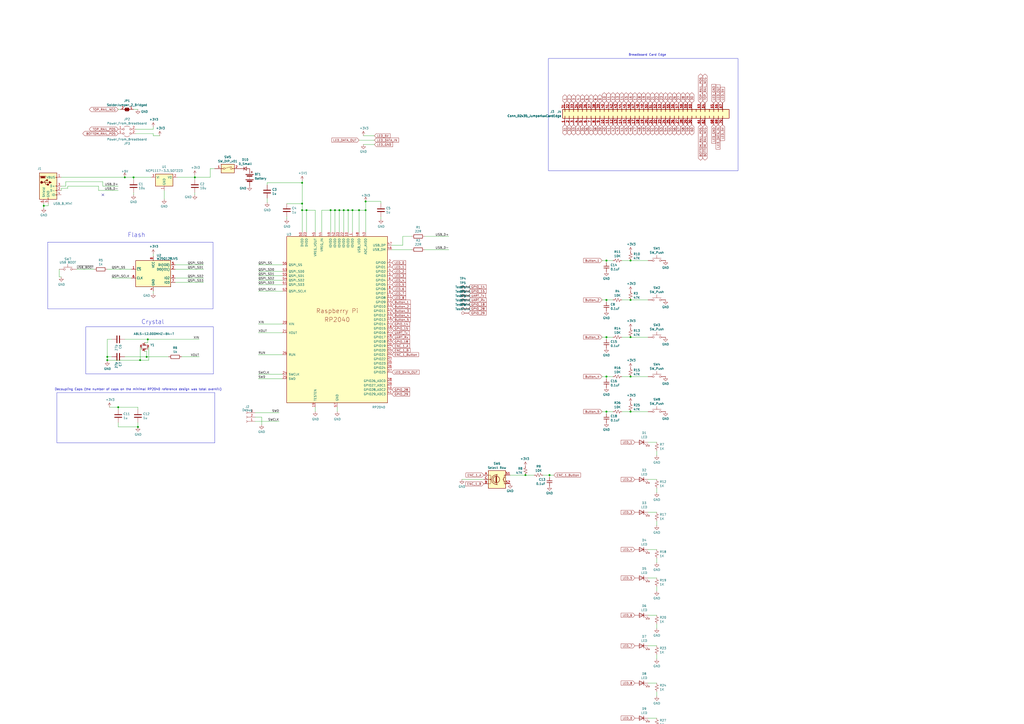
<source format=kicad_sch>
(kicad_sch (version 20231120) (generator "eeschema") (generator_version "8.0")
  (paper "A2")
  (junction (at 351.79 151.13))
  (junction (at 351.79 173.99))
  (junction (at 365.76 151.13))
  (junction (at 196.85 121.92))
  (junction (at 85.09 207.01))
  (junction (at 191.77 121.92))
  (junction (at 62.23 207.01))
  (junction (at 194.31 121.92))
  (junction (at 204.47 121.92))
  (junction (at 80.01 247.65))
  (junction (at 113.03 102.87))
  (junction (at 175.26 121.92))
  (junction (at 175.26 118.11))
  (junction (at 351.79 238.76))
  (junction (at 68.58 236.22))
  (junction (at 208.28 121.92))
  (junction (at 212.09 121.92))
  (junction (at 201.93 121.92))
  (junction (at 365.76 195.58))
  (junction (at 212.09 116.84))
  (junction (at 177.8 121.92))
  (junction (at 85.725 196.85))
  (junction (at 304.8 275.59))
  (junction (at 81.28 208.915))
  (junction (at 62.23 208.915))
  (junction (at 351.79 195.58))
  (junction (at 72.39 102.87))
  (junction (at 351.79 218.44))
  (junction (at 175.26 106.045))
  (junction (at 199.39 121.92))
  (junction (at 365.76 218.44))
  (junction (at 318.77 275.59))
  (junction (at 77.47 102.87))
  (junction (at 25.4 119.38))
  (junction (at 365.76 173.99))
  (junction (at 365.76 238.76))
  (no_connect (at 59.69 113.03))
  (wire (pts (xy 381 323.85) (xy 381 326.39)))
  (wire (pts (xy 351.79 238.76) (xy 349.25 238.76)))
  (wire (pts (xy 233.68 137.16) (xy 233.68 142.24)))
  (wire (pts (xy 69.85 63.5) (xy 68.58 63.5)))
  (wire (pts (xy 318.77 276.86) (xy 318.77 275.59)))
  (wire (pts (xy 381 401.32) (xy 381 403.86)))
  (wire (pts (xy 360.68 218.44) (xy 365.76 218.44)))
  (wire (pts (xy 147.955 241.935) (xy 151.765 241.935)))
  (wire (pts (xy 27.94 119.38) (xy 25.4 119.38)))
  (wire (pts (xy 182.88 121.92) (xy 177.8 121.92)))
  (wire (pts (xy 375.92 318.77) (xy 381 318.77)))
  (wire (pts (xy 381 361.95) (xy 381 364.49)))
  (wire (pts (xy 199.39 121.92) (xy 201.93 121.92)))
  (wire (pts (xy 351.79 196.85) (xy 351.79 195.58)))
  (wire (pts (xy 35.56 102.87) (xy 72.39 102.87)))
  (wire (pts (xy 220.98 125.73) (xy 220.98 127)))
  (wire (pts (xy 194.31 134.62) (xy 194.31 121.92)))
  (wire (pts (xy 186.69 134.62) (xy 186.69 121.92)))
  (wire (pts (xy 360.68 173.99) (xy 365.76 173.99)))
  (wire (pts (xy 166.37 118.11) (xy 175.26 118.11)))
  (wire (pts (xy 375.92 173.99) (xy 365.76 173.99)))
  (wire (pts (xy 85.725 196.85) (xy 115.57 196.85)))
  (wire (pts (xy 351.79 218.44) (xy 349.25 218.44)))
  (wire (pts (xy 35.56 109.22) (xy 35.56 110.49)))
  (wire (pts (xy 163.83 193.04) (xy 149.86 193.04)))
  (wire (pts (xy 233.68 137.16) (xy 238.76 137.16)))
  (wire (pts (xy 80.01 237.49) (xy 80.01 236.22)))
  (wire (pts (xy 360.68 151.13) (xy 365.76 151.13)))
  (wire (pts (xy 204.47 121.92) (xy 208.28 121.92)))
  (wire (pts (xy 34.29 156.21) (xy 34.29 160.655)))
  (wire (pts (xy 182.88 134.62) (xy 182.88 121.92)))
  (wire (pts (xy 195.58 236.22) (xy 195.58 238.76)))
  (wire (pts (xy 149.86 160.02) (xy 163.83 160.02)))
  (wire (pts (xy 154.94 114.935) (xy 154.94 117.475)))
  (wire (pts (xy 351.79 151.13) (xy 355.6 151.13)))
  (wire (pts (xy 360.68 195.58) (xy 365.76 195.58)))
  (wire (pts (xy 85.09 207.01) (xy 97.79 207.01)))
  (wire (pts (xy 34.29 160.655) (xy 35.56 160.655)))
  (wire (pts (xy 80.01 63.5) (xy 77.47 63.5)))
  (wire (pts (xy 68.58 237.49) (xy 68.58 236.22)))
  (wire (pts (xy 80.01 245.11) (xy 80.01 247.65)))
  (wire (pts (xy 375.92 238.76) (xy 365.76 238.76)))
  (wire (pts (xy 351.79 151.13) (xy 349.25 151.13)))
  (wire (pts (xy 149.86 187.96) (xy 163.83 187.96)))
  (wire (pts (xy 375.92 278.13) (xy 381 278.13)))
  (wire (pts (xy 62.23 208.915) (xy 81.28 208.915)))
  (wire (pts (xy 375.92 356.87) (xy 381 356.87)))
  (wire (pts (xy 175.26 104.775) (xy 175.26 106.045)))
  (wire (pts (xy 62.23 207.01) (xy 62.23 208.915)))
  (wire (pts (xy 246.38 137.16) (xy 260.35 137.16)))
  (wire (pts (xy 309.88 275.59) (xy 304.8 275.59)))
  (wire (pts (xy 39.37 109.22) (xy 35.56 109.22)))
  (wire (pts (xy 105.41 207.01) (xy 115.57 207.01)))
  (wire (pts (xy 175.26 121.92) (xy 175.26 134.62)))
  (wire (pts (xy 246.38 144.78) (xy 260.35 144.78)))
  (wire (pts (xy 85.725 198.755) (xy 85.725 196.85)))
  (wire (pts (xy 351.79 219.71) (xy 351.79 218.44)))
  (wire (pts (xy 59.69 107.95) (xy 68.58 107.95)))
  (wire (pts (xy 351.79 195.58) (xy 355.6 195.58)))
  (wire (pts (xy 177.8 134.62) (xy 177.8 121.92)))
  (wire (pts (xy 101.6 161.29) (xy 118.11 161.29)))
  (wire (pts (xy 351.79 218.44) (xy 355.6 218.44)))
  (wire (pts (xy 62.23 208.915) (xy 62.23 209.55)))
  (wire (pts (xy 375.92 335.28) (xy 381 335.28)))
  (wire (pts (xy 212.09 116.84) (xy 220.98 116.84)))
  (wire (pts (xy 375.92 297.18) (xy 381 297.18)))
  (wire (pts (xy 81.28 201.295) (xy 81.28 208.915)))
  (wire (pts (xy 351.79 195.58) (xy 349.25 195.58)))
  (wire (pts (xy 351.79 152.4) (xy 351.79 151.13)))
  (wire (pts (xy 375.92 195.58) (xy 365.76 195.58)))
  (wire (pts (xy 191.77 121.92) (xy 194.31 121.92)))
  (wire (pts (xy 38.1 107.95) (xy 35.56 107.95)))
  (wire (pts (xy 175.26 106.045) (xy 175.26 118.11)))
  (wire (pts (xy 77.47 104.14) (xy 77.47 102.87)))
  (wire (pts (xy 151.765 241.935) (xy 151.765 246.38)))
  (wire (pts (xy 177.8 121.92) (xy 175.26 121.92)))
  (wire (pts (xy 199.39 134.62) (xy 199.39 121.92)))
  (wire (pts (xy 210.82 83.82) (xy 217.17 83.82)))
  (wire (pts (xy 381 421.64) (xy 381 424.18)))
  (wire (pts (xy 163.83 205.74) (xy 149.86 205.74)))
  (wire (pts (xy 201.93 134.62) (xy 201.93 121.92)))
  (wire (pts (xy 38.1 105.41) (xy 59.69 105.41)))
  (wire (pts (xy 64.77 161.29) (xy 76.2 161.29)))
  (wire (pts (xy 57.15 110.49) (xy 68.58 110.49)))
  (wire (pts (xy 64.77 196.85) (xy 62.23 196.85)))
  (wire (pts (xy 64.77 207.01) (xy 62.23 207.01)))
  (wire (pts (xy 147.955 239.395) (xy 161.925 239.395)))
  (wire (pts (xy 227.33 144.78) (xy 238.76 144.78)))
  (wire (pts (xy 25.4 119.38) (xy 25.4 120.65)))
  (wire (pts (xy 113.03 111.76) (xy 113.03 113.03)))
  (wire (pts (xy 88.9 147.32) (xy 88.9 148.59)))
  (wire (pts (xy 101.6 163.83) (xy 118.11 163.83)))
  (wire (pts (xy 62.23 196.85) (xy 62.23 207.01)))
  (wire (pts (xy 149.86 162.56) (xy 163.83 162.56)))
  (wire (pts (xy 375.92 151.13) (xy 365.76 151.13)))
  (wire (pts (xy 147.955 244.475) (xy 161.925 244.475)))
  (wire (pts (xy 83.82 198.755) (xy 85.725 198.755)))
  (wire (pts (xy 88.9 77.47) (xy 88.9 78.74)))
  (wire (pts (xy 88.9 78.74) (xy 92.71 78.74)))
  (wire (pts (xy 381 261.62) (xy 381 264.16)))
  (wire (pts (xy 381 302.26) (xy 381 304.8)))
  (wire (pts (xy 351.79 238.76) (xy 355.6 238.76)))
  (wire (pts (xy 351.79 173.99) (xy 355.6 173.99)))
  (wire (pts (xy 220.98 118.11) (xy 220.98 116.84)))
  (wire (pts (xy 375.92 256.54) (xy 381 256.54)))
  (wire (pts (xy 95.25 110.49) (xy 95.25 115.57)))
  (wire (pts (xy 72.39 196.85) (xy 85.725 196.85)))
  (wire (pts (xy 149.86 157.48) (xy 163.83 157.48)))
  (wire (pts (xy 63.5 236.22) (xy 68.58 236.22)))
  (wire (pts (xy 351.79 175.26) (xy 351.79 173.99)))
  (wire (pts (xy 186.69 121.92) (xy 191.77 121.92)))
  (wire (pts (xy 68.58 245.11) (xy 68.58 247.65)))
  (wire (pts (xy 77.47 111.76) (xy 77.47 113.03)))
  (wire (pts (xy 80.01 236.22) (xy 68.58 236.22)))
  (wire (pts (xy 154.94 107.315) (xy 154.94 106.045)))
  (wire (pts (xy 295.91 275.59) (xy 304.8 275.59)))
  (wire (pts (xy 163.83 153.67) (xy 149.86 153.67)))
  (wire (pts (xy 375.92 416.56) (xy 381 416.56)))
  (wire (pts (xy 154.94 106.045) (xy 175.26 106.045)))
  (wire (pts (xy 38.1 105.41) (xy 38.1 107.95)))
  (wire (pts (xy 163.83 168.91) (xy 149.86 168.91)))
  (wire (pts (xy 267.97 278.13) (xy 280.67 278.13)))
  (wire (pts (xy 86.36 208.915) (xy 81.28 208.915)))
  (wire (pts (xy 25.4 118.11) (xy 25.4 119.38)))
  (wire (pts (xy 166.37 125.73) (xy 166.37 127)))
  (wire (pts (xy 210.82 78.74) (xy 217.17 78.74)))
  (wire (pts (xy 72.39 102.87) (xy 77.47 102.87)))
  (wire (pts (xy 163.83 217.17) (xy 149.86 217.17)))
  (wire (pts (xy 113.03 102.87) (xy 113.03 101.6)))
  (wire (pts (xy 194.31 121.92) (xy 196.85 121.92)))
  (wire (pts (xy 62.23 156.21) (xy 76.2 156.21)))
  (wire (pts (xy 59.69 105.41) (xy 59.69 107.95)))
  (wire (pts (xy 39.37 107.95) (xy 57.15 107.95)))
  (wire (pts (xy 212.09 116.84) (xy 212.09 121.92)))
  (wire (pts (xy 39.37 107.95) (xy 39.37 109.22)))
  (wire (pts (xy 57.15 107.95) (xy 57.15 110.49)))
  (wire (pts (xy 83.82 203.835) (xy 85.09 203.835)))
  (wire (pts (xy 208.28 121.92) (xy 212.09 121.92)))
  (wire (pts (xy 208.28 81.28) (xy 217.17 81.28)))
  (wire (pts (xy 102.87 102.87) (xy 113.03 102.87)))
  (wire (pts (xy 80.01 247.65) (xy 68.58 247.65)))
  (wire (pts (xy 204.47 121.92) (xy 204.47 134.62)))
  (wire (pts (xy 72.39 207.01) (xy 85.09 207.01)))
  (wire (pts (xy 196.85 134.62) (xy 196.85 121.92)))
  (wire (pts (xy 149.86 165.1) (xy 163.83 165.1)))
  (wire (pts (xy 196.85 121.92) (xy 199.39 121.92)))
  (wire (pts (xy 113.03 104.14) (xy 113.03 102.87)))
  (wire (pts (xy 318.77 275.59) (xy 314.96 275.59)))
  (wire (pts (xy 175.26 118.11) (xy 175.26 121.92)))
  (wire (pts (xy 77.47 102.87) (xy 87.63 102.87)))
  (wire (pts (xy 375.92 396.24) (xy 381 396.24)))
  (wire (pts (xy 54.61 156.21) (xy 44.45 156.21)))
  (wire (pts (xy 101.6 156.21) (xy 118.11 156.21)))
  (wire (pts (xy 88.9 168.91) (xy 88.9 170.18)))
  (wire (pts (xy 375.92 218.44) (xy 365.76 218.44)))
  (wire (pts (xy 227.33 142.24) (xy 233.68 142.24)))
  (wire (pts (xy 182.88 236.22) (xy 182.88 238.76)))
  (wire (pts (xy 351.79 240.03) (xy 351.79 238.76)))
  (wire (pts (xy 212.09 121.92) (xy 212.09 134.62)))
  (wire (pts (xy 121.92 97.79) (xy 121.92 102.87)))
  (wire (pts (xy 381 283.21) (xy 381 285.75)))
  (wire (pts (xy 201.93 121.92) (xy 204.47 121.92)))
  (wire (pts (xy 163.83 219.71) (xy 149.86 219.71)))
  (wire (pts (xy 381 379.73) (xy 381 382.27)))
  (wire (pts (xy 88.9 73.66) (xy 88.9 74.93)))
  (wire (pts (xy 124.46 97.79) (xy 121.92 97.79)))
  (wire (pts (xy 27.94 118.11) (xy 27.94 119.38)))
  (wire (pts (xy 360.68 238.76) (xy 365.76 238.76)))
  (wire (pts (xy 191.77 134.62) (xy 191.77 121.92)))
  (wire (pts (xy 86.36 201.295) (xy 86.36 208.915)))
  (wire (pts (xy 121.92 102.87) (xy 113.03 102.87)))
  (wire (pts (xy 78.74 77.47) (xy 88.9 77.47)))
  (wire (pts (xy 208.28 134.62) (xy 208.28 121.92)))
  (wire (pts (xy 101.6 153.67) (xy 118.11 153.67)))
  (wire (pts (xy 78.74 74.93) (xy 88.9 74.93)))
  (wire (pts (xy 85.09 203.835) (xy 85.09 207.01)))
  (wire (pts (xy 375.92 374.65) (xy 381 374.65)))
  (wire (pts (xy 351.79 173.99) (xy 349.25 173.99)))
  (wire (pts (xy 381 340.36) (xy 381 342.9)))
  (wire (pts (xy 318.77 275.59) (xy 321.31 275.59)))
  (rectangle (start 49.784 189.611) (end 123.825 216.916))
  (rectangle (start 33.02 227.711) (end 124.587 256.921))
  (rectangle (start 27.686 140.462) (end 123.571 179.197))
  (rectangle (start 318.135 33.909) (end 428.117 99.06))
  (text "Flash" (at 74.041 137.922 0) (effects (font (size 2.54 2.54)) (justify left bottom)))
  (text "Crystal" (at 81.915 188.341 0) (effects (font (size 2.54 2.54)) (justify left bottom)))
  (text "Breadboard Card Edge" (at 364.617 32.639 0) (effects (font (size 1.27 1.27)) (justify left bottom)))
  (text "Decoupling Caps (the number of caps on the minimal RP2040 reference design was total overkill)" (at 31.75 226.695 0) (effects (font (size 1.27 1.27)) (justify left bottom)))
  (label "SWCLK" (at 161.925 244.475 180))
  (label "QSPI_SD0" (at 149.86 157.48 0))
  (label "~{USB_BOOT}" (at 44.45 156.21 0))
  (label "USB_D+" (at 260.35 137.16 180))
  (label "XIN" (at 115.57 196.85 180))
  (label "USB_D-" (at 260.35 144.78 180))
  (label "SWD" (at 149.86 219.71 0))
  (label "QSPI_SD3" (at 149.86 165.1 0))
  (label "QSPI_SCLK" (at 64.77 161.29 0))
  (label "SWD" (at 161.925 239.395 180))
  (label "QSPI_SD0" (at 118.11 153.67 180))
  (label "RUN" (at 149.86 205.74 0))
  (label "USB_D+" (at 68.58 107.95 180))
  (label "QSPI_SS" (at 64.77 156.21 0))
  (label "XOUT" (at 149.86 193.04 0))
  (label "QSPI_SD3" (at 118.11 163.83 180))
  (label "QSPI_SD2" (at 149.86 162.56 0))
  (label "QSPI_SD1" (at 149.86 160.02 0))
  (label "QSPI_SD2" (at 118.11 161.29 180))
  (label "USB_D-" (at 68.58 110.49 180))
  (label "XOUT" (at 115.57 207.01 180))
  (label "SWCLK" (at 149.86 217.17 0))
  (label "QSPI_SD1" (at 118.11 156.21 180))
  (label "QSPI_SCLK" (at 149.86 168.91 0))
  (label "XIN" (at 149.86 187.96 0))
  (label "QSPI_SS" (at 149.86 153.67 0))
  (global_label "LED_1" (shape input) (at 368.3 256.54 180) (property "Intersheetrefs" "${INTERSHEET_REFS}" (effects (hide yes))))
  (global_label "TOP_RAIL_NEG" (shape bidirectional) (at 68.58 63.5 180) (property "Intersheetrefs" "${INTERSHEET_REFS}" (effects (hide yes))))
  (global_label "Button_5" (shape input) (at 349.25 238.76 180) (property "Intersheetrefs" "${INTERSHEET_REFS}" (effects (hide yes))))
  (global_label "GPIO_29" (shape input) (at 271.78 181.61 0) (property "Intersheetrefs" "${INTERSHEET_REFS}" (effects (hide yes))))
  (global_label "LED_DATA_OUT" (shape input) (at 208.28 81.28 180) (property "Intersheetrefs" "${INTERSHEET_REFS}" (effects (hide yes))))
  (global_label "LED_3" (shape input) (at 227.33 160.02 0) (property "Intersheetrefs" "${INTERSHEET_REFS}" (effects (hide yes))))
  (global_label "LED_GND" (shape input) (at 217.17 83.82 0) (property "Intersheetrefs" "${INTERSHEET_REFS}" (effects (hide yes))))
  (global_label "12" (shape bidirectional) (at 355.6 59.69 90) (property "Intersheetrefs" "${INTERSHEET_REFS}" (effects (hide yes))))
  (global_label "53" (shape bidirectional) (at 383.54 72.39 270) (property "Intersheetrefs" "${INTERSHEET_REFS}" (effects (hide yes))))
  (global_label "ENC_1_A" (shape input) (at 227.33 200.66 0) (property "Intersheetrefs" "${INTERSHEET_REFS}" (effects (hide yes))))
  (global_label "LED_0" (shape input) (at 227.33 152.4 0) (property "Intersheetrefs" "${INTERSHEET_REFS}" (effects (hide yes))))
  (global_label "60" (shape bidirectional) (at 401.32 72.39 270) (property "Intersheetrefs" "${INTERSHEET_REFS}" (effects (hide yes))))
  (global_label "14" (shape bidirectional) (at 360.68 59.69 90) (property "Intersheetrefs" "${INTERSHEET_REFS}" (effects (hide yes))))
  (global_label "56" (shape bidirectional) (at 391.16 72.39 270) (property "Intersheetrefs" "${INTERSHEET_REFS}" (effects (hide yes))))
  (global_label "19" (shape bidirectional) (at 373.38 59.69 90) (property "Intersheetrefs" "${INTERSHEET_REFS}" (effects (hide yes))))
  (global_label "GPIO_14" (shape input) (at 227.33 187.96 0) (property "Intersheetrefs" "${INTERSHEET_REFS}" (effects (hide yes))))
  (global_label "LED_5" (shape input) (at 227.33 165.1 0) (property "Intersheetrefs" "${INTERSHEET_REFS}" (effects (hide yes))))
  (global_label "Button_4" (shape input) (at 227.33 182.88 0) (property "Intersheetrefs" "${INTERSHEET_REFS}" (effects (hide yes))))
  (global_label "3" (shape bidirectional) (at 332.74 59.69 90) (property "Intersheetrefs" "${INTERSHEET_REFS}" (effects (hide yes))))
  (global_label "55" (shape bidirectional) (at 388.62 72.39 270) (property "Intersheetrefs" "${INTERSHEET_REFS}" (effects (hide yes))))
  (global_label "Button_3" (shape input) (at 349.25 195.58 180) (property "Intersheetrefs" "${INTERSHEET_REFS}" (effects (hide yes))))
  (global_label "54" (shape bidirectional) (at 386.08 72.39 270) (property "Intersheetrefs" "${INTERSHEET_REFS}" (effects (hide yes))))
  (global_label "9" (shape bidirectional) (at 347.98 59.69 90) (property "Intersheetrefs" "${INTERSHEET_REFS}" (effects (hide yes))))
  (global_label "TOP_RAIL_POS" (shape bidirectional) (at 406.4 59.69 90) (property "Intersheetrefs" "${INTERSHEET_REFS}" (effects (hide yes))))
  (global_label "TOP_RAIL_POS" (shape bidirectional) (at 68.58 74.93 180) (property "Intersheetrefs" "${INTERSHEET_REFS}" (effects (hide yes))))
  (global_label "51" (shape bidirectional) (at 378.46 72.39 270) (property "Intersheetrefs" "${INTERSHEET_REFS}" (effects (hide yes))))
  (global_label "LED_DATA_IN" (shape input) (at 416.56 72.39 270) (property "Intersheetrefs" "${INTERSHEET_REFS}" (effects (hide yes))))
  (global_label "LED_5" (shape input) (at 368.3 335.28 180) (property "Intersheetrefs" "${INTERSHEET_REFS}" (effects (hide yes))))
  (global_label "11" (shape bidirectional) (at 353.06 59.69 90) (property "Intersheetrefs" "${INTERSHEET_REFS}" (effects (hide yes))))
  (global_label "43" (shape bidirectional) (at 358.14 72.39 270) (property "Intersheetrefs" "${INTERSHEET_REFS}" (effects (hide yes))))
  (global_label "ENC_1_A" (shape input) (at 280.67 275.59 180) (property "Intersheetrefs" "${INTERSHEET_REFS}" (effects (hide yes))))
  (global_label "16" (shape bidirectional) (at 365.76 59.69 90) (property "Intersheetrefs" "${INTERSHEET_REFS}" (effects (hide yes))))
  (global_label "27" (shape bidirectional) (at 393.7 59.69 90) (property "Intersheetrefs" "${INTERSHEET_REFS}" (effects (hide yes))))
  (global_label "GPIO_15" (shape input) (at 271.78 168.91 0) (property "Intersheetrefs" "${INTERSHEET_REFS}" (effects (hide yes))))
  (global_label "GPIO_15" (shape input) (at 227.33 190.5 0) (property "Intersheetrefs" "${INTERSHEET_REFS}" (effects (hide yes))))
  (global_label "GPIO_28" (shape input) (at 227.33 226.06 0) (property "Intersheetrefs" "${INTERSHEET_REFS}" (effects (hide yes))))
  (global_label "BOTTOM_RAIL_NEG" (shape bidirectional) (at 408.94 72.39 270) (property "Intersheetrefs" "${INTERSHEET_REFS}" (effects (hide yes))))
  (global_label "25" (shape bidirectional) (at 388.62 59.69 90) (property "Intersheetrefs" "${INTERSHEET_REFS}" (effects (hide yes))))
  (global_label "7" (shape bidirectional) (at 342.9 59.69 90) (property "Intersheetrefs" "${INTERSHEET_REFS}" (effects (hide yes))))
  (global_label "24" (shape bidirectional) (at 386.08 59.69 90) (property "Intersheetrefs" "${INTERSHEET_REFS}" (effects (hide yes))))
  (global_label "LED_3" (shape input) (at 368.3 297.18 180) (property "Intersheetrefs" "${INTERSHEET_REFS}" (effects (hide yes))))
  (global_label "LED_4" (shape input) (at 368.3 318.77 180) (property "Intersheetrefs" "${INTERSHEET_REFS}" (effects (hide yes))))
  (global_label "GPIO_18" (shape input) (at 227.33 198.12 0) (property "Intersheetrefs" "${INTERSHEET_REFS}" (effects (hide yes))))
  (global_label "26" (shape bidirectional) (at 391.16 59.69 90) (property "Intersheetrefs" "${INTERSHEET_REFS}" (effects (hide yes))))
  (global_label "18" (shape bidirectional) (at 370.84 59.69 90) (property "Intersheetrefs" "${INTERSHEET_REFS}" (effects (hide yes))))
  (global_label "17" (shape bidirectional) (at 368.3 59.69 90) (property "Intersheetrefs" "${INTERSHEET_REFS}" (effects (hide yes))))
  (global_label "LED_5V" (shape input) (at 217.17 78.74 0) (property "Intersheetrefs" "${INTERSHEET_REFS}" (effects (hide yes))))
  (global_label "ENC_1_Button" (shape input) (at 321.31 275.59 0) (property "Intersheetrefs" "${INTERSHEET_REFS}" (effects (hide yes))))
  (global_label "37" (shape bidirectional) (at 342.9 72.39 270) (property "Intersheetrefs" "${INTERSHEET_REFS}" (effects (hide yes))))
  (global_label "LED_GND" (shape input) (at 414.02 72.39 270) (property "Intersheetrefs" "${INTERSHEET_REFS}" (effects (hide yes))))
  (global_label "BOTTOM_RAIL_POS" (shape bidirectional) (at 68.58 77.47 180) (property "Intersheetrefs" "${INTERSHEET_REFS}" (effects (hide yes))))
  (global_label "Button_3" (shape input) (at 227.33 180.34 0) (property "Intersheetrefs" "${INTERSHEET_REFS}" (effects (hide yes))))
  (global_label "46" (shape bidirectional) (at 365.76 72.39 270) (property "Intersheetrefs" "${INTERSHEET_REFS}" (effects (hide yes))))
  (global_label "GPIO_14" (shape input) (at 271.78 166.37 0) (property "Intersheetrefs" "${INTERSHEET_REFS}" (effects (hide yes))))
  (global_label "LED_8" (shape input) (at 227.33 172.72 0) (property "Intersheetrefs" "${INTERSHEET_REFS}" (effects (hide yes))))
  (global_label "39" (shape bidirectional) (at 347.98 72.39 270) (property "Intersheetrefs" "${INTERSHEET_REFS}" (effects (hide yes))))
  (global_label "32" (shape bidirectional) (at 330.2 72.39 270) (property "Intersheetrefs" "${INTERSHEET_REFS}" (effects (hide yes))))
  (global_label "UART_Tx" (shape input) (at 271.78 171.45 0) (property "Intersheetrefs" "${INTERSHEET_REFS}" (effects (hide yes))))
  (global_label "LED_1" (shape input) (at 227.33 154.94 0) (property "Intersheetrefs" "${INTERSHEET_REFS}" (effects (hide yes))))
  (global_label "13" (shape bidirectional) (at 358.14 59.69 90) (property "Intersheetrefs" "${INTERSHEET_REFS}" (effects (hide yes))))
  (global_label "4" (shape bidirectional) (at 335.28 59.69 90) (property "Intersheetrefs" "${INTERSHEET_REFS}" (effects (hide yes))))
  (global_label "50" (shape bidirectional) (at 375.92 72.39 270) (property "Intersheetrefs" "${INTERSHEET_REFS}" (effects (hide yes))))
  (global_label "15" (shape bidirectional) (at 363.22 59.69 90) (property "Intersheetrefs" "${INTERSHEET_REFS}" (effects (hide yes))))
  (global_label "29" (shape bidirectional) (at 398.78 59.69 90) (property "Intersheetrefs" "${INTERSHEET_REFS}" (effects (hide yes))))
  (global_label "20" (shape bidirectional) (at 375.92 59.69 90) (property "Intersheetrefs" "${INTERSHEET_REFS}" (effects (hide yes))))
  (global_label "31" (shape bidirectional) (at 327.66 72.39 270) (property "Intersheetrefs" "${INTERSHEET_REFS}" (effects (hide yes))))
  (global_label "40" (shape bidirectional) (at 350.52 72.39 270) (property "Intersheetrefs" "${INTERSHEET_REFS}" (effects (hide yes))))
  (global_label "Button_4" (shape input) (at 349.25 218.44 180) (property "Intersheetrefs" "${INTERSHEET_REFS}" (effects (hide yes))))
  (global_label "TOP_RAIL_NEG" (shape bidirectional) (at 408.94 59.69 90) (property "Intersheetrefs" "${INTERSHEET_REFS}" (effects (hide yes))))
  (global_label "LED_7" (shape input) (at 368.3 374.65 180) (property "Intersheetrefs" "${INTERSHEET_REFS}" (effects (hide yes))))
  (global_label "34" (shape bidirectional) (at 335.28 72.39 270) (property "Intersheetrefs" "${INTERSHEET_REFS}" (effects (hide yes))))
  (global_label "GPIO_28" (shape input) (at 271.78 179.07 0) (property "Intersheetrefs" "${INTERSHEET_REFS}" (effects (hide yes))))
  (global_label "LED_7" (shape input) (at 227.33 170.18 0) (property "Intersheetrefs" "${INTERSHEET_REFS}" (effects (hide yes))))
  (global_label "59" (shape bidirectional) (at 398.78 72.39 270) (property "Intersheetrefs" "${INTERSHEET_REFS}" (effects (hide yes))))
  (global_label "42" (shape bidirectional) (at 355.6 72.39 270) (property "Intersheetrefs" "${INTERSHEET_REFS}" (effects (hide yes))))
  (global_label "LED_DATA_IN" (shape input) (at 217.17 81.28 0) (property "Intersheetrefs" "${INTERSHEET_REFS}" (effects (hide yes))))
  (global_label "35" (shape bidirectional) (at 337.82 72.39 270) (property "Intersheetrefs" "${INTERSHEET_REFS}" (effects (hide yes))))
  (global_label "23" (shape bidirectional) (at 383.54 59.69 90) (property "Intersheetrefs" "${INTERSHEET_REFS}" (effects (hide yes))))
  (global_label "1" (shape bidirectional) (at 327.66 59.69 90) (property "Intersheetrefs" "${INTERSHEET_REFS}" (effects (hide yes))))
  (global_label "ENC_1_B" (shape input) (at 280.67 280.67 180) (property "Intersheetrefs" "${INTERSHEET_REFS}" (effects (hide yes))))
  (global_label "49" (shape bidirectional) (at 373.38 72.39 270) (property "Intersheetrefs" "${INTERSHEET_REFS}" (effects (hide yes))))
  (global_label "UART_Tx" (shape input) (at 227.33 193.04 0) (property "Intersheetrefs" "${INTERSHEET_REFS}" (effects (hide yes))))
  (global_label "GPIO_18" (shape input) (at 271.78 176.53 0) (property "Intersheetrefs" "${INTERSHEET_REFS}" (effects (hide yes))))
  (global_label "21" (shape bidirectional) (at 378.46 59.69 90) (property "Intersheetrefs" "${INTERSHEET_REFS}" (effects (hide yes))))
  (global_label "LED_0" (shape input) (at 368.3 416.56 180) (property "Intersheetrefs" "${INTERSHEET_REFS}" (effects (hide yes))))
  (global_label "57" (shape bidirectional) (at 393.7 72.39 270) (property "Intersheetrefs" "${INTERSHEET_REFS}" (effects (hide yes))))
  (global_label "2" (shape bidirectional) (at 330.2 59.69 90) (property "Intersheetrefs" "${INTERSHEET_REFS}" (effects (hide yes))))
  (global_label "Button_2" (shape input) (at 227.33 177.8 0) (property "Intersheetrefs" "${INTERSHEET_REFS}" (effects (hide yes))))
  (global_label "8" (shape bidirectional) (at 345.44 59.69 90) (property "Intersheetrefs" "${INTERSHEET_REFS}" (effects (hide yes))))
  (global_label "LED_OUT" (shape input) (at 416.56 59.69 90) (property "Intersheetrefs" "${INTERSHEET_REFS}" (effects (hide yes))))
  (global_label "44" (shape bidirectional) (at 360.68 72.39 270) (property "Intersheetrefs" "${INTERSHEET_REFS}" (effects (hide yes))))
  (global_label "48" (shape bidirectional) (at 370.84 72.39 270) (property "Intersheetrefs" "${INTERSHEET_REFS}" (effects (hide yes))))
  (global_label "GPIO_29" (shape input) (at 227.33 228.6 0) (property "Intersheetrefs" "${INTERSHEET_REFS}" (effects (hide yes))))
  (global_label "Button_1" (shape input) (at 349.25 151.13 180) (property "Intersheetrefs" "${INTERSHEET_REFS}" (effects (hide yes))))
  (global_label "LED_5V" (shape input) (at 419.1 59.69 90) (property "Intersheetrefs" "${INTERSHEET_REFS}" (effects (hide yes))))
  (global_label "5" (shape bidirectional) (at 337.82 59.69 90) (property "Intersheetrefs" "${INTERSHEET_REFS}" (effects (hide yes))))
  (global_label "LED_5V" (shape input) (at 419.1 72.39 270) (property "Intersheetrefs" "${INTERSHEET_REFS}" (effects (hide yes))))
  (global_label "6" (shape bidirectional) (at 340.36 59.69 90) (property "Intersheetrefs" "${INTERSHEET_REFS}" (effects (hide yes))))
  (global_label "28" (shape bidirectional) (at 396.24 59.69 90) (property "Intersheetrefs" "${INTERSHEET_REFS}" (effects (hide yes))))
  (global_label "ENC_1_B" (shape input) (at 227.33 203.2 0) (property "Intersheetrefs" "${INTERSHEET_REFS}" (effects (hide yes))))
  (global_label "41" (shape bidirectional) (at 353.06 72.39 270) (property "Intersheetrefs" "${INTERSHEET_REFS}" (effects (hide yes))))
  (global_label "LED_4" (shape input) (at 227.33 162.56 0) (property "Intersheetrefs" "${INTERSHEET_REFS}" (effects (hide yes))))
  (global_label "LED_6" (shape input) (at 227.33 167.64 0) (property "Intersheetrefs" "${INTERSHEET_REFS}" (effects (hide yes))))
  (global_label "BOTTOM_RAIL_POS" (shape bidirectional) (at 406.4 72.39 270) (property "Intersheetrefs" "${INTERSHEET_REFS}" (effects (hide yes))))
  (global_label "LED_6" (shape input) (at 368.3 356.87 180) (property "Intersheetrefs" "${INTERSHEET_REFS}" (effects (hide yes))))
  (global_label "LED_DATA_OUT" (shape input) (at 227.33 215.9 0) (property "Intersheetrefs" "${INTERSHEET_REFS}" (effects (hide yes))))
  (global_label "22" (shape bidirectional) (at 381 59.69 90) (property "Intersheetrefs" "${INTERSHEET_REFS}" (effects (hide yes))))
  (global_label "45" (shape bidirectional) (at 363.22 72.39 270) (property "Intersheetrefs" "${INTERSHEET_REFS}" (effects (hide yes))))
  (global_label "LED_2" (shape input) (at 227.33 157.48 0) (property "Intersheetrefs" "${INTERSHEET_REFS}" (effects (hide yes))))
  (global_label "Button_5" (shape input) (at 227.33 185.42 0) (property "Intersheetrefs" "${INTERSHEET_REFS}" (effects (hide yes))))
  (global_label "ENC_1_Button" (shape input) (at 227.33 205.74 0) (property "Intersheetrefs" "${INTERSHEET_REFS}" (effects (hide yes))))
  (global_label "52" (shape bidirectional) (at 381 72.39 270) (property "Intersheetrefs" "${INTERSHEET_REFS}" (effects (hide yes))))
  (global_label "10" (shape bidirectional) (at 350.52 59.69 90) (property "Intersheetrefs" "${INTERSHEET_REFS}" (effects (hide yes))))
  (global_label "33" (shape bidirectional) (at 332.74 72.39 270) (property "Intersheetrefs" "${INTERSHEET_REFS}" (effects (hide yes))))
  (global_label "Button_2" (shape input) (at 349.25 173.99 180) (property "Intersheetrefs" "${INTERSHEET_REFS}" (effects (hide yes))))
  (global_label "LED_2" (shape input) (at 368.3 278.13 180) (property "Intersheetrefs" "${INTERSHEET_REFS}" (effects (hide yes))))
  (global_label "47" (shape bidirectional) (at 368.3 72.39 270) (property "Intersheetrefs" "${INTERSHEET_REFS}" (effects (hide yes))))
  (global_label "Button_1" (shape input) (at 227.33 175.26 0) (property "Intersheetrefs" "${INTERSHEET_REFS}" (effects (hide yes))))
  (global_label "30" (shape bidirectional) (at 401.32 59.69 90) (property "Intersheetrefs" "${INTERSHEET_REFS}" (effects (hide yes))))
  (global_label "UART_Rx" (shape input) (at 227.33 195.58 0) (property "Intersheetrefs" "${INTERSHEET_REFS}" (effects (hide yes))))
  (global_label "UART_Rx" (shape input) (at 271.78 173.99 0) (property "Intersheetrefs" "${INTERSHEET_REFS}" (effects (hide yes))))
  (global_label "38" (shape bidirectional) (at 345.44 72.39 270) (property "Intersheetrefs" "${INTERSHEET_REFS}" (effects (hide yes))))
  (global_label "58" (shape bidirectional) (at 396.24 72.39 270) (property "Intersheetrefs" "${INTERSHEET_REFS}" (effects (hide yes))))
  (global_label "LED_GND" (shape input) (at 414.02 59.69 90) (property "Intersheetrefs" "${INTERSHEET_REFS}" (effects (hide yes))))
  (global_label "LED_8" (shape input) (at 368.3 396.24 180) (property "Intersheetrefs" "${INTERSHEET_REFS}" (effects (hide yes))))
  (global_label "36" (shape bidirectional) (at 340.36 72.39 270) (property "Intersheetrefs" "${INTERSHEET_REFS}" (effects (hide yes))))
  (symbol (lib_id "JumperlessSymbols:R_Small_US_3") (at 381 299.72 0) (unit 1)
    (property "Reference" "R17" (at 382.651 298.5078 0) (effects (justify left)))
    (property "Value" "1K" (at 382.651 300.9321 0) (effects (justify left)))
    (property "Footprint" "Resistor_SMD:R_0603_1608Metric_Pad0.98x0.95mm_HandSolder" (effects (hide yes)))
    (property "Description" "Resistor, small US symbol" (effects (hide yes)))
  )
  (symbol (lib_id "power:+3V3") (at 210.82 78.74 0) (unit 1)
    (property "Reference" "#PWR025" (effects (hide yes)))
    (property "Value" "+3V3" (at 211.201 74.3458 0))
  )
  (symbol (lib_id "Connector:TestPoint") (at 271.78 171.45 90) (unit 1)
    (property "Reference" "TP1" (at 268.478 166.6705 90))
    (property "Value" "TestPoint" (at 268.478 169.0948 90))
    (property "Footprint" "JumperlessFootprints:TestPoint_Pad_D1.0mm" (effects (hide yes)))
    (property "Description" "test point" (effects (hide yes)))
  )
  (symbol (lib_name "GND_28") (lib_id "power:GND") (at 166.37 127 0) (unit 1)
    (property "Reference" "#PWR010" (effects (hide yes)))
    (property "Value" "GND" (at 166.497 131.3942 0))
  )
  (symbol (lib_name "GND_43") (lib_id "power:GND") (at 88.9 170.18 0) (unit 1)
    (property "Reference" "#PWR014" (effects (hide yes)))
    (property "Value" "GND" (at 85.09 171.45 0))
  )
  (symbol (lib_id "power:+3V3") (at 365.76 190.5 0) (unit 1)
    (property "Reference" "#PWR038" (effects (hide yes)))
    (property "Value" "+3V3" (at 366.141 186.1058 0))
  )
  (symbol (lib_id "JumperlessSymbols:R_Small_US_3") (at 358.14 195.58 90) (unit 1)
    (property "Reference" "R14" (at 358.14 190.5465 90))
    (property "Value" "10K" (at 358.14 192.9708 90))
    (property "Footprint" "Resistor_SMD:R_0805_2012Metric_Pad1.20x1.40mm_HandSolder" (effects (hide yes)))
    (property "Description" "Resistor, small US symbol" (effects (hide yes)))
  )
  (symbol (lib_id "JumperlessSymbols:R_Small_US_3") (at 365.76 236.22 180) (unit 1)
    (property "Reference" "R25" (at 367.411 235.0078 0) (effects (justify right)))
    (property "Value" "47K" (at 367.411 237.4321 0) (effects (justify right)))
    (property "Footprint" "Resistor_SMD:R_0805_2012Metric_Pad1.20x1.40mm_HandSolder" (effects (hide yes)))
    (property "Description" "Resistor, small US symbol" (effects (hide yes)))
  )
  (symbol (lib_id "power:+3V3") (at 88.9 73.66 0) (unit 1)
    (property "Reference" "#PWR019" (effects (hide yes)))
    (property "Value" "+3V3" (at 89.281 69.2658 0))
  )
  (symbol (lib_id "JumperlessSymbols:R_Small_US_3") (at 358.14 151.13 90) (unit 1)
    (property "Reference" "R11" (at 358.14 146.0965 90))
    (property "Value" "10K" (at 358.14 148.5208 90))
    (property "Footprint" "Resistor_SMD:R_0805_2012Metric_Pad1.20x1.40mm_HandSolder" (effects (hide yes)))
    (property "Description" "Resistor, small US symbol" (effects (hide yes)))
  )
  (symbol (lib_id "power:GND") (at 351.79 180.34 0) (unit 1)
    (property "Reference" "#PWR027" (effects (hide yes)))
    (property "Value" "GND" (at 351.79 184.4731 0))
    (property "Description" "Power symbol creates a global label with name \"GND\" , ground" (effects (hide yes)))
  )
  (symbol (lib_id "JumperlessSymbols:C_Small") (at 318.77 279.4 0) (mirror y) (unit 1)
    (property "Reference" "C13" (at 316.4459 278.1941 0) (effects (justify left)))
    (property "Value" "0.1uF" (at 316.4459 280.6184 0) (effects (justify left)))
    (property "Footprint" "Capacitor_SMD:C_0603_1608Metric_Pad1.08x0.95mm_HandSolder" (effects (hide yes)))
  )
  (symbol (lib_id "JumperlessSymbols:R_Small_US_3") (at 312.42 275.59 270) (mirror x) (unit 1)
    (property "Reference" "R9" (at 312.42 270.5565 90))
    (property "Value" "10K" (at 312.42 272.9808 90))
    (property "Footprint" "Resistor_SMD:R_0805_2012Metric_Pad1.20x1.40mm_HandSolder" (effects (hide yes)))
    (property "Description" "Resistor, small US symbol" (effects (hide yes)))
  )
  (symbol (lib_id "power:GND") (at 381 342.9 0) (unit 1)
    (property "Reference" "#PWR046" (effects (hide yes)))
    (property "Value" "GND" (at 381 347.0331 0))
    (property "Description" "Power symbol creates a global label with name \"GND\" , ground" (effects (hide yes)))
  )
  (symbol (lib_id "power:+3V3") (at 365.76 168.91 0) (unit 1)
    (property "Reference" "#PWR026" (effects (hide yes)))
    (property "Value" "+3V3" (at 366.141 164.5158 0))
  )
  (symbol (lib_id "power:GND") (at 381 424.18 0) (unit 1)
    (property "Reference" "#PWR061" (effects (hide yes)))
    (property "Value" "GND" (at 381 428.3131 0))
    (property "Description" "Power symbol creates a global label with name \"GND\" , ground" (effects (hide yes)))
  )
  (symbol (lib_id "Device:RotaryEncoder_Switch") (at 288.29 278.13 0) (unit 1)
    (property "Reference" "SW6" (at 288.29 268.9055 0))
    (property "Value" "Select Row" (at 288.29 271.3298 0))
    (property "Footprint" "Rotary_Encoder:RotaryEncoder_Alps_EC11E-Switch_Vertical_H20mm" (effects (hide yes)))
    (property "Description" "Rotary encoder, dual channel, incremental quadrate outputs, with switch" (effects (hide yes)))
  )
  (symbol (lib_id "Device:Battery") (at 144.78 102.87 0) (unit 1)
    (property "Reference" "BT1" (at 147.701 101.0863 0) (effects (justify left)))
    (property "Value" "Battery" (at 147.701 103.5106 0) (effects (justify left)))
    (property "Description" "Multiple-cell battery" (effects (hide yes)))
  )
  (symbol (lib_id "JumperlessSymbols:SW_Push") (at 381 151.13 0) (mirror y) (unit 1)
    (property "Reference" "SW1" (at 381 144.0645 0))
    (property "Value" "SW_Push" (at 381 146.4888 0))
    (property "Footprint" "Button_Switch_SMD:SW_Tactile_SPST_NO_Straight_CK_PTS636Sx25SMTRLFS" (effects (hide yes)))
    (property "Description" "Push button switch, generic, two pins" (effects (hide yes)))
  )
  (symbol (lib_id "JumperlessSymbols:R_Small_US_3") (at 365.76 148.59 180) (unit 1)
    (property "Reference" "R10" (at 367.411 147.3778 0) (effects (justify right)))
    (property "Value" "47K" (at 367.411 149.8021 0) (effects (justify right)))
    (property "Footprint" "Resistor_SMD:R_0805_2012Metric_Pad1.20x1.40mm_HandSolder" (effects (hide yes)))
    (property "Description" "Resistor, small US symbol" (effects (hide yes)))
  )
  (symbol (lib_id "JumperlessSymbols:C") (at 113.03 107.95 0) (unit 1)
    (property "Reference" "C2" (at 115.951 106.7816 0) (effects (justify left)))
    (property "Value" "10u" (at 115.951 109.093 0) (effects (justify left)))
    (property "Footprint" "Capacitor_SMD:C_0805_2012Metric_Pad1.18x1.45mm_HandSolder" (effects (hide yes)))
  )
  (symbol (lib_id "power:GND") (at 386.08 195.58 0) (unit 1)
    (property "Reference" "#PWR039" (effects (hide yes)))
    (property "Value" "GND" (at 386.08 199.7131 0))
    (property "Description" "Power symbol creates a global label with name \"GND\" , ground" (effects (hide yes)))
  )
  (symbol (lib_id "JumperlessSymbols:C_Small") (at 351.79 199.39 0) (unit 1)
    (property "Reference" "C15" (at 354.1141 198.1841 0) (effects (justify left)))
    (property "Value" "0.1uF" (at 354.1141 200.6084 0) (effects (justify left)))
    (property "Footprint" "Capacitor_SMD:C_0603_1608Metric_Pad1.08x0.95mm_HandSolder" (effects (hide yes)))
  )
  (symbol (lib_id "JumperlessSymbols:R_Small_US_3") (at 365.76 215.9 180) (unit 1)
    (property "Reference" "R15" (at 367.411 214.6878 0) (effects (justify right)))
    (property "Value" "47K" (at 367.411 217.1121 0) (effects (justify right)))
    (property "Footprint" "Resistor_SMD:R_0805_2012Metric_Pad1.20x1.40mm_HandSolder" (effects (hide yes)))
    (property "Description" "Resistor, small US symbol" (effects (hide yes)))
  )
  (symbol (lib_name "GND_8") (lib_id "power:GND") (at 151.765 246.38 0) (unit 1)
    (property "Reference" "#PWR020" (effects (hide yes)))
    (property "Value" "GND" (at 151.765 250.5155 0))
  )
  (symbol (lib_id "power:GND") (at 386.08 218.44 0) (unit 1)
    (property "Reference" "#PWR042" (effects (hide yes)))
    (property "Value" "GND" (at 386.08 222.5731 0))
    (property "Description" "Power symbol creates a global label with name \"GND\" , ground" (effects (hide yes)))
  )
  (symbol (lib_id "JumperlessSymbols:R") (at 101.6 207.01 270) (unit 1)
    (property "Reference" "R6" (at 101.6 201.7522 90))
    (property "Value" "1k" (at 101.6 204.0636 90))
    (property "Footprint" "Resistor_SMD:R_0603_1608Metric_Pad0.98x0.95mm_HandSolder" (effects (hide yes)))
  )
  (symbol (lib_id "JumperlessSymbols:R_Small_US_3") (at 381 377.19 0) (unit 1)
    (property "Reference" "R23" (at 382.651 375.9778 0) (effects (justify left)))
    (property "Value" "1K" (at 382.651 378.4021 0) (effects (justify left)))
    (property "Footprint" "Resistor_SMD:R_0603_1608Metric_Pad0.98x0.95mm_HandSolder" (effects (hide yes)))
    (property "Description" "Resistor, small US symbol" (effects (hide yes)))
  )
  (symbol (lib_id "JumperlessSymbols:R_Small_US_3") (at 381 337.82 0) (unit 1)
    (property "Reference" "R19" (at 382.651 336.6078 0) (effects (justify left)))
    (property "Value" "1K" (at 382.651 339.0321 0) (effects (justify left)))
    (property "Footprint" "Resistor_SMD:R_0603_1608Metric_Pad0.98x0.95mm_HandSolder" (effects (hide yes)))
    (property "Description" "Resistor, small US symbol" (effects (hide yes)))
  )
  (symbol (lib_id "power:+3V3") (at 365.76 213.36 0) (unit 1)
    (property "Reference" "#PWR041" (effects (hide yes)))
    (property "Value" "+3V3" (at 366.141 208.9658 0))
  )
  (symbol (lib_id "JumperlessSymbols:R_Small_US_3") (at 381 321.31 0) (unit 1)
    (property "Reference" "R18" (at 382.651 320.0978 0) (effects (justify left)))
    (property "Value" "1K" (at 382.651 322.5221 0) (effects (justify left)))
    (property "Footprint" "Resistor_SMD:R_0603_1608Metric_Pad0.98x0.95mm_HandSolder" (effects (hide yes)))
    (property "Description" "Resistor, small US symbol" (effects (hide yes)))
  )
  (symbol (lib_name "GND_25") (lib_id "power:GND") (at 182.88 238.76 0) (unit 1)
    (property "Reference" "#PWR017" (effects (hide yes)))
    (property "Value" "GND" (at 183.007 243.1542 0))
  )
  (symbol (lib_name "GND_14") (lib_id "power:GND") (at 80.01 247.65 0) (unit 1)
    (property "Reference" "#PWR021" (effects (hide yes)))
    (property "Value" "GND" (at 80.137 252.0442 0))
  )
  (symbol (lib_id "Device:LED") (at 372.11 356.87 0) (mirror y) (unit 1)
    (property "Reference" "D6" (at 373.6975 351.4555 0))
    (property "Value" "LED" (at 373.6975 353.8798 0))
    (property "Footprint" "LED_SMD:LED_PLCC-2_3x2mm_AK" (effects (hide yes)))
    (property "Description" "Light emitting diode" (effects (hide yes)))
  )
  (symbol (lib_id "Connector:TestPoint") (at 271.78 166.37 90) (unit 1)
    (property "Reference" "TP4" (at 268.478 161.5905 90))
    (property "Value" "TestPoint" (effects (hide yes)))
    (property "Footprint" "JumperlessFootprints:TestPoint_Pad_D1.0mm" (effects (hide yes)))
    (property "Description" "test point" (effects (hide yes)))
  )
  (symbol (lib_id "Device:LED") (at 372.11 278.13 0) (mirror y) (unit 1)
    (property "Reference" "D2" (at 373.6975 272.7155 0))
    (property "Value" "LED" (at 373.6975 275.1398 0))
    (property "Footprint" "LED_SMD:LED_PLCC-2_3x2mm_AK" (effects (hide yes)))
    (property "Description" "Light emitting diode" (effects (hide yes)))
  )
  (symbol (lib_id "JumperlessSymbols:C") (at 166.37 121.92 0) (unit 1)
    (property "Reference" "C4" (at 169.291 120.7516 0) (effects (justify left)))
    (property "Value" "1u" (at 169.291 123.063 0) (effects (justify left)))
    (property "Footprint" "Capacitor_SMD:C_0603_1608Metric_Pad1.08x0.95mm_HandSolder" (effects (hide yes)))
  )
  (symbol (lib_id "power:+3V3") (at 365.76 146.05 0) (unit 1)
    (property "Reference" "#PWR034" (effects (hide yes)))
    (property "Value" "+3V3" (at 366.141 141.6558 0))
  )
  (symbol (lib_id "JumperlessSymbols:C") (at 80.01 241.3 0) (unit 1)
    (property "Reference" "C12" (at 82.931 240.1316 0) (effects (justify left)))
    (property "Value" "1u" (at 82.931 242.443 0) (effects (justify left)))
    (property "Footprint" "Capacitor_SMD:C_0603_1608Metric_Pad1.08x0.95mm_HandSolder" (effects (hide yes)))
  )
  (symbol (lib_id "JumperlessSymbols:SW_Push") (at 381 218.44 0) (mirror y) (unit 1)
    (property "Reference" "SW4" (at 381 211.3745 0))
    (property "Value" "SW_Push" (at 381 213.7988 0))
    (property "Footprint" "Button_Switch_SMD:SW_Tactile_SPST_NO_Straight_CK_PTS636Sx25SMTRLFS" (effects (hide yes)))
    (property "Description" "Push button switch, generic, two pins" (effects (hide yes)))
  )
  (symbol (lib_id "Connector:TestPoint") (at 271.78 173.99 90) (unit 1)
    (property "Reference" "TP2" (at 268.478 169.2105 90))
    (property "Value" "TestPoint" (at 268.478 171.6348 90))
    (property "Footprint" "JumperlessFootprints:TestPoint_Pad_D1.0mm" (effects (hide yes)))
    (property "Description" "test point" (effects (hide yes)))
  )
  (symbol (lib_id "JumperlessSymbols:R_Small_US_3") (at 358.14 238.76 90) (unit 1)
    (property "Reference" "R26" (at 358.14 233.7265 90))
    (property "Value" "10K" (at 358.14 236.1508 90))
    (property "Footprint" "Resistor_SMD:R_0805_2012Metric_Pad1.20x1.40mm_HandSolder" (effects (hide yes)))
    (property "Description" "Resistor, small US symbol" (effects (hide yes)))
  )
  (symbol (lib_id "Connector_Generic:Conn_02x35_JumperluxCardEdge") (at 370.84 67.31 90) (unit 1)
    (property "Reference" "J3" (at 321.564 64.77 90) (effects (justify left)))
    (property "Value" "Conn_02x35_JumperluxCardEdge" (at 325.6281 67.2521 90) (effects (justify left)))
    (property "Footprint" "JumperlessFootprints:HEE70LP03BK_Daughter_Penis_Top" (effects (hide yes)))
  )
  (symbol (lib_id "JumperlessSymbols:Crystal_GND24_Small") (at 83.82 201.295 270) (unit 1)
    (property "Reference" "Y1" (at 87.1474 200.1266 90) (effects (justify left)))
    (property "Value" "ABLS-12.000MHZ-B4-T" (at 77.47 193.675 90) (effects (justify left)))
    (property "Footprint" "Crystal:Crystal_SMD_3225-4Pin_3.2x2.5mm" (effects (hide yes)))
  )
  (symbol (lib_id "power:+3V3") (at 365.76 233.68 0) (unit 1)
    (property "Reference" "#PWR058" (effects (hide yes)))
    (property "Value" "+3V3" (at 366.141 229.2858 0))
  )
  (symbol (lib_id "power:GND") (at 386.08 238.76 0) (unit 1)
    (property "Reference" "#PWR059" (effects (hide yes)))
    (property "Value" "GND" (at 386.08 242.8931 0))
    (property "Description" "Power symbol creates a global label with name \"GND\" , ground" (effects (hide yes)))
  )
  (symbol (lib_id "Connector_Generic:Conn_02x35_JumperluxCardEdge") (at 370.84 67.31 90) (unit 1)
    (property "Reference" "J4" (at 325.6281 64.8279 90) (effects (justify left)))
    (property "Value" "Conn_02x35_JumperluxCardEdge" (at 325.6281 67.2521 90) (effects (justify left)))
    (property "Footprint" "JumperlessFootprints:HEE70LP03BK_Daughter_Penis" (effects (hide yes)))
  )
  (symbol (lib_id "JumperlessSymbols:C") (at 68.58 207.01 270) (unit 1)
    (property "Reference" "C7" (at 69.7484 209.931 0) (effects (justify left)))
    (property "Value" "27p" (at 67.437 209.931 0) (effects (justify left)))
    (property "Footprint" "Capacitor_SMD:C_0402_1005Metric" (effects (hide yes)))
  )
  (symbol (lib_id "JumperlessSymbols:NCP1117-3.3_SOT223") (at 95.25 102.87 0) (unit 1)
    (property "Reference" "U1" (at 95.25 96.7232 0))
    (property "Value" "NCP1117-3.3_SOT223" (at 95.25 99.0346 0))
    (property "Footprint" "Package_TO_SOT_SMD:SOT-223-3_TabPin2" (effects (hide yes)))
    (property "Datasheet" "http://www.onsemi.com/pub_link/Collateral/NCP1117-D.PDF" (effects (hide yes)))
  )
  (symbol (lib_id "power:GND") (at 351.79 245.11 0) (unit 1)
    (property "Reference" "#PWR060" (effects (hide yes)))
    (property "Value" "GND" (at 351.79 249.2431 0))
    (property "Description" "Power symbol creates a global label with name \"GND\" , ground" (effects (hide yes)))
  )
  (symbol (lib_id "JumperlessSymbols:C_Small") (at 351.79 222.25 0) (unit 1)
    (property "Reference" "C16" (at 354.1141 221.0441 0) (effects (justify left)))
    (property "Value" "0.1uF" (at 354.1141 223.4684 0) (effects (justify left)))
    (property "Footprint" "Capacitor_SMD:C_0603_1608Metric_Pad1.08x0.95mm_HandSolder" (effects (hide yes)))
  )
  (symbol (lib_id "JumperlessSymbols:C") (at 154.94 111.125 0) (unit 1)
    (property "Reference" "C3" (at 157.861 109.9566 0) (effects (justify left)))
    (property "Value" "1u" (at 157.861 112.268 0) (effects (justify left)))
    (property "Footprint" "Capacitor_SMD:C_0603_1608Metric_Pad1.08x0.95mm_HandSolder" (effects (hide yes)))
  )
  (symbol (lib_id "JumperlessSymbols:Conn_01x03_Socket") (at 142.875 241.935 180) (unit 1)
    (property "Reference" "J2" (at 143.51 235.9279 0))
    (property "Value" "Debug" (at 143.51 237.8489 0))
    (property "Footprint" "JumperlessFootprints:PinHeader_1x03_P2.54mm_Vertical" (effects (hide yes)))
  )
  (symbol (lib_id "power:GND") (at 381 364.49 0) (unit 1)
    (property "Reference" "#PWR047" (effects (hide yes)))
    (property "Value" "GND" (at 381 368.6231 0))
    (property "Description" "Power symbol creates a global label with name \"GND\" , ground" (effects (hide yes)))
  )
  (symbol (lib_id "power:GND") (at 386.08 151.13 0) (unit 1)
    (property "Reference" "#PWR035" (effects (hide yes)))
    (property "Value" "GND" (at 386.08 155.2631 0))
    (property "Description" "Power symbol creates a global label with name \"GND\" , ground" (effects (hide yes)))
  )
  (symbol (lib_name "GND_26") (lib_id "power:GND") (at 220.98 127 0) (unit 1)
    (property "Reference" "#PWR011" (effects (hide yes)))
    (property "Value" "GND" (at 221.107 131.3942 0))
  )
  (symbol (lib_id "Device:D_Small") (at 142.24 97.79 0) (unit 1)
    (property "Reference" "D10" (at 142.24 92.6295 0))
    (property "Value" "D_Small" (at 142.24 95.0538 0))
    (property "Footprint" "Diode_SMD:D_SOD-123" (effects (hide yes)))
    (property "Description" "Diode, small symbol" (effects (hide yes)))
    (property "Sim.Device" "D" (effects (hide yes)))
    (property "Sim.Pins" "1=K 2=A" (effects (hide yes)))
  )
  (symbol (lib_id "JumperlessSymbols:SW_Push") (at 39.37 156.21 0) (unit 1)
    (property "Reference" "SW7" (at 39.37 150.2791 0))
    (property "Value" "USB BOOT" (at 39.37 152.2001 0))
    (property "Footprint" "Button_Switch_SMD:SW_Tactile_SPST_NO_Straight_CK_PTS636Sx25SMTRLFS" (effects (hide yes)))
  )
  (symbol (lib_id "JumperlessSymbols:C") (at 77.47 107.95 0) (unit 1)
    (property "Reference" "C1" (at 80.391 106.7816 0) (effects (justify left)))
    (property "Value" "10u" (at 80.391 109.093 0) (effects (justify left)))
    (property "Footprint" "Capacitor_SMD:C_0805_2012Metric_Pad1.18x1.45mm_HandSolder" (effects (hide yes)))
  )
  (symbol (lib_id "JumperlessSymbols:R_Small_US_3") (at 365.76 193.04 180) (unit 1)
    (property "Reference" "R13" (at 367.411 191.8278 0) (effects (justify right)))
    (property "Value" "47K" (at 367.411 194.2521 0) (effects (justify right)))
    (property "Footprint" "Resistor_SMD:R_0805_2012Metric_Pad1.20x1.40mm_HandSolder" (effects (hide yes)))
    (property "Description" "Resistor, small US symbol" (effects (hide yes)))
  )
  (symbol (lib_id "JumperlessSymbols:C_Small") (at 351.79 177.8 0) (unit 1)
    (property "Reference" "C8" (at 354.1141 176.5941 0) (effects (justify left)))
    (property "Value" "0.1uF" (at 354.1141 179.0184 0) (effects (justify left)))
    (property "Footprint" "Capacitor_SMD:C_0603_1608Metric_Pad1.08x0.95mm_HandSolder" (effects (hide yes)))
  )
  (symbol (lib_id "power:+1V1") (at 175.26 104.775 0) (unit 1)
    (property "Reference" "#PWR03" (effects (hide yes)))
    (property "Value" "+1V1" (at 175.641 100.3808 0))
  )
  (symbol (lib_id "power:GND") (at 386.08 173.99 0) (unit 1)
    (property "Reference" "#PWR029" (effects (hide yes)))
    (property "Value" "GND" (at 386.08 178.1231 0))
    (property "Description" "Power symbol creates a global label with name \"GND\" , ground" (effects (hide yes)))
  )
  (symbol (lib_id "JumperlessSymbols:RP2040") (at 195.58 185.42 0) (unit 1)
    (property "Reference" "U3" (at 167.64 135.89 0))
    (property "Value" "RP2040" (at 219.71 236.22 0))
    (property "Footprint" "JumperlessFootprints:RP2040-QFN-56" (effects (hide yes)))
  )
  (symbol (lib_id "JumperlessSymbols:R_Small_US_3") (at 381 359.41 0) (unit 1)
    (property "Reference" "R20" (at 382.651 358.1978 0) (effects (justify left)))
    (property "Value" "1K" (at 382.651 360.6221 0) (effects (justify left)))
    (property "Footprint" "Resistor_SMD:R_0603_1608Metric_Pad0.98x0.95mm_HandSolder" (effects (hide yes)))
    (property "Description" "Resistor, small US symbol" (effects (hide yes)))
  )
  (symbol (lib_id "Device:LED") (at 372.11 416.56 0) (mirror y) (unit 1)
    (property "Reference" "D9" (at 373.6975 411.1455 0))
    (property "Value" "LED" (at 373.6975 413.5698 0))
    (property "Footprint" "LED_SMD:LED_PLCC-2_3x2mm_AK" (effects (hide yes)))
    (property "Description" "Light emitting diode" (effects (hide yes)))
  )
  (symbol (lib_id "JumperlessSymbols:R_Small_US_3") (at 304.8 273.05 0) (mirror x) (unit 1)
    (property "Reference" "R8" (at 303.149 271.8378 0) (effects (justify right)))
    (property "Value" "47K" (at 303.149 274.2621 0) (effects (justify right)))
    (property "Footprint" "Resistor_SMD:R_0805_2012Metric_Pad1.20x1.40mm_HandSolder" (effects (hide yes)))
    (property "Description" "Resistor, small US symbol" (effects (hide yes)))
  )
  (symbol (lib_id "power:+3V3") (at 88.9 147.32 0) (unit 1)
    (property "Reference" "#PWR012" (effects (hide yes)))
    (property "Value" "+3V3" (at 89.281 142.9258 0))
  )
  (symbol (lib_id "JumperlessSymbols:SW_Push") (at 381 238.76 0) (mirror y) (unit 1)
    (property "Reference" "SW8" (at 381 231.6945 0))
    (property "Value" "SW_Push" (at 381 234.1188 0))
    (property "Footprint" "Button_Switch_SMD:SW_Tactile_SPST_NO_Straight_CK_PTS636Sx25SMTRLFS" (effects (hide yes)))
    (property "Description" "Push button switch, generic, two pins" (effects (hide yes)))
  )
  (symbol (lib_id "JumperlessSymbols:C_Small") (at 351.79 154.94 0) (unit 1)
    (property "Reference" "C14" (at 354.1141 153.7341 0) (effects (justify left)))
    (property "Value" "0.1uF" (at 354.1141 156.1584 0) (effects (justify left)))
    (property "Footprint" "Capacitor_SMD:C_0603_1608Metric_Pad1.08x0.95mm_HandSolder" (effects (hide yes)))
  )
  (symbol (lib_id "Connector:TestPoint") (at 271.78 181.61 90) (unit 1)
    (property "Reference" "TP8" (at 268.478 176.8305 90))
    (property "Value" "TestPoint" (at 268.478 179.2548 90))
    (property "Footprint" "JumperlessFootprints:TestPoint_Pad_D1.0mm" (effects (hide yes)))
    (property "Description" "test point" (effects (hide yes)))
  )
  (symbol (lib_id "power:GND") (at 381 326.39 0) (unit 1)
    (property "Reference" "#PWR045" (effects (hide yes)))
    (property "Value" "GND" (at 381 330.5231 0))
    (property "Description" "Power symbol creates a global label with name \"GND\" , ground" (effects (hide yes)))
  )
  (symbol (lib_id "power:GND") (at 210.82 83.82 0) (unit 1)
    (property "Reference" "#PWR022" (effects (hide yes)))
    (property "Value" "GND" (at 210.82 87.9531 0))
    (property "Description" "Power symbol creates a global label with name \"GND\" , ground" (effects (hide yes)))
  )
  (symbol (lib_id "JumperlessSymbols:R") (at 242.57 144.78 270) (unit 1)
    (property "Reference" "R2" (at 242.57 139.5222 90))
    (property "Value" "22R" (at 242.57 141.8336 90))
    (property "Footprint" "Resistor_SMD:R_0402_1005Metric_Pad0.72x0.64mm_HandSolder" (effects (hide yes)))
  )
  (symbol (lib_id "power:+3V3") (at 212.09 116.84 0) (unit 1)
    (property "Reference" "#PWR07" (effects (hide yes)))
    (property "Value" "+3V3" (at 212.09 113.3381 0))
  )
  (symbol (lib_name "GND_40") (lib_id "power:GND") (at 80.01 63.5 0) (mirror y) (unit 1)
    (property "Reference" "#PWR023" (effects (hide yes)))
    (property "Value" "GND" (at 83.82 64.77 0))
  )
  (symbol (lib_id "JumperlessSymbols:R_Small_US_3") (at 358.14 173.99 90) (unit 1)
    (property "Reference" "R4" (at 358.14 168.9565 90))
    (property "Value" "10K" (at 358.14 171.3808 90))
    (property "Footprint" "Resistor_SMD:R_0805_2012Metric_Pad1.20x1.40mm_HandSolder" (effects (hide yes)))
    (property "Description" "Resistor, small US symbol" (effects (hide yes)))
  )
  (symbol (lib_name "GND_24") (lib_id "power:GND") (at 195.58 238.76 0) (unit 1)
    (property "Reference" "#PWR018" (effects (hide yes)))
    (property "Value" "GND" (at 195.707 243.1542 0))
  )
  (symbol (lib_name "GND_40") (lib_id "power:GND") (at 144.78 107.95 0) (unit 1)
    (property "Reference" "#PWR048" (effects (hide yes)))
    (property "Value" "GND" (at 140.97 109.22 0))
  )
  (symbol (lib_id "Connector:TestPoint") (at 271.78 168.91 90) (unit 1)
    (property "Reference" "TP5" (at 268.478 164.1305 90))
    (property "Value" "TestPoint" (at 268.478 166.5548 90))
    (property "Footprint" "JumperlessFootprints:TestPoint_Pad_D1.0mm" (effects (hide yes)))
    (property "Description" "test point" (effects (hide yes)))
  )
  (symbol (lib_id "JumperlessSymbols:R_Small_US_3") (at 381 259.08 0) (unit 1)
    (property "Reference" "R7" (at 382.651 257.8678 0) (effects (justify left)))
    (property "Value" "1K" (at 382.651 260.2921 0) (effects (justify left)))
    (property "Footprint" "Resistor_SMD:R_0603_1608Metric_Pad0.98x0.95mm_HandSolder" (effects (hide yes)))
    (property "Description" "Resistor, small US symbol" (effects (hide yes)))
  )
  (symbol (lib_id "JumperlessSymbols:C") (at 220.98 121.92 0) (unit 1)
    (property "Reference" "C5" (at 223.901 120.7516 0) (effects (justify left)))
    (property "Value" "1u" (at 223.901 123.063 0) (effects (justify left)))
    (property "Footprint" "Capacitor_SMD:C_0603_1608Metric_Pad1.08x0.95mm_HandSolder" (effects (hide yes)))
  )
  (symbol (lib_id "JumperlessSymbols:C") (at 68.58 196.85 270) (unit 1)
    (property "Reference" "C6" (at 69.7484 199.771 0) (effects (justify left)))
    (property "Value" "27p" (at 67.437 199.771 0) (effects (justify left)))
    (property "Footprint" "Capacitor_SMD:C_0402_1005Metric" (effects (hide yes)))
  )
  (symbol (lib_id "JumperlessSymbols:USB_B_Micro") (at 27.94 107.95 0) (unit 1)
    (property "Reference" "J1" (at 24.13 97.79 0) (effects (justify right)))
    (property "Value" "USB_B_Mini" (at 41.91 118.11 0) (effects (justify right)))
    (property "Footprint" "JumperlessFootprints:USB_Mini-B_Wuerth_65100516121_Horizontal" (effects (hide yes)))
  )
  (symbol (lib_id "Jumper:Jumper_2_Open") (at 73.66 74.93 0) (unit 1)
    (property "Reference" "JP2" (at 73.66 69.1345 0))
    (property "Value" "Power_From_Breadboard" (at 73.66 71.5588 0))
    (property "Footprint" "JumperlessFootprints:SolderJumper_2_Open_Small" (effects (hide yes)))
    (property "Description" "Jumper, 2-pole, open" (effects (hide yes)))
  )
  (symbol (lib_id "Device:LED") (at 372.11 318.77 0) (mirror y) (unit 1)
    (property "Reference" "D4" (at 373.6975 313.3555 0))
    (property "Value" "LED" (at 373.6975 315.7798 0))
    (property "Footprint" "LED_SMD:LED_PLCC-2_3x2mm_AK" (effects (hide yes)))
    (property "Description" "Light emitting diode" (effects (hide yes)))
  )
  (symbol (lib_id "power:GND") (at 381 264.16 0) (unit 1)
    (property "Reference" "#PWR028" (effects (hide yes)))
    (property "Value" "GND" (at 381 268.2931 0))
    (property "Description" "Power symbol creates a global label with name \"GND\" , ground" (effects (hide yes)))
  )
  (symbol (lib_id "power:GND") (at 25.4 120.65 0) (unit 1)
    (property "Reference" "#PWR09" (effects (hide yes)))
    (property "Value" "GND" (at 25.4 124.7831 0))
    (property "Description" "Power symbol creates a global label with name \"GND\" , ground" (effects (hide yes)))
  )
  (symbol (lib_id "power:GND") (at 381 285.75 0) (unit 1)
    (property "Reference" "#PWR036" (effects (hide yes)))
    (property "Value" "GND" (at 381 289.8831 0))
    (property "Description" "Power symbol creates a global label with name \"GND\" , ground" (effects (hide yes)))
  )
  (symbol (lib_id "power:GND") (at 295.91 280.67 0) (mirror y) (unit 1)
    (property "Reference" "#PWR033" (effects (hide yes)))
    (property "Value" "GND" (at 295.91 284.8031 0))
    (property "Description" "Power symbol creates a global label with name \"GND\" , ground" (effects (hide yes)))
  )
  (symbol (lib_id "JumperlessSymbols:SW_Push") (at 381 195.58 0) (mirror y) (unit 1)
    (property "Reference" "SW3" (at 381 188.5145 0))
    (property "Value" "SW_Push" (at 381 190.9388 0))
    (property "Footprint" "Button_Switch_SMD:SW_Tactile_SPST_NO_Straight_CK_PTS636Sx25SMTRLFS" (effects (hide yes)))
    (property "Description" "Push button switch, generic, two pins" (effects (hide yes)))
  )
  (symbol (lib_id "power:+3V3") (at 304.8 270.51 0) (mirror y) (unit 1)
    (property "Reference" "#PWR031" (effects (hide yes)))
    (property "Value" "+3V3" (at 304.419 266.1158 0))
  )
  (symbol (lib_id "Device:LED") (at 372.11 374.65 0) (mirror y) (unit 1)
    (property "Reference" "D7" (at 373.6975 369.2355 0))
    (property "Value" "LED" (at 373.6975 371.6598 0))
    (property "Footprint" "LED_SMD:LED_PLCC-2_3x2mm_AK" (effects (hide yes)))
    (property "Description" "Light emitting diode" (effects (hide yes)))
  )
  (symbol (lib_name "GND_40") (lib_id "power:GND") (at 113.03 113.03 0) (unit 1)
    (property "Reference" "#PWR05" (effects (hide yes)))
    (property "Value" "GND" (at 109.22 114.3 0))
  )
  (symbol (lib_id "power:+3V3") (at 92.71 78.74 0) (unit 1)
    (property "Reference" "#PWR024" (effects (hide yes)))
    (property "Value" "+3V3" (at 93.091 74.3458 0))
  )
  (symbol (lib_id "Device:LED") (at 372.11 396.24 0) (mirror y) (unit 1)
    (property "Reference" "D8" (at 373.6975 390.8255 0))
    (property "Value" "LED" (at 373.6975 393.2498 0))
    (property "Footprint" "LED_SMD:LED_PLCC-2_3x2mm_AK" (effects (hide yes)))
    (property "Description" "Light emitting diode" (effects (hide yes)))
  )
  (symbol (lib_id "JumperlessSymbols:R_Small_US_3") (at 365.76 171.45 180) (unit 1)
    (property "Reference" "R3" (at 367.411 170.2378 0) (effects (justify right)))
    (property "Value" "47K" (at 367.411 172.6621 0) (effects (justify right)))
    (property "Footprint" "Resistor_SMD:R_0805_2012Metric_Pad1.20x1.40mm_HandSolder" (effects (hide yes)))
    (property "Description" "Resistor, small US symbol" (effects (hide yes)))
  )
  (symbol (lib_id "JumperlessSymbols:C") (at 68.58 241.3 0) (unit 1)
    (property "Reference" "C11" (at 71.501 240.1316 0) (effects (justify left)))
    (property "Value" "1u" (at 71.501 242.443 0) (effects (justify left)))
    (property "Footprint" "Capacitor_SMD:C_0603_1608Metric_Pad1.08x0.95mm_HandSolder" (effects (hide yes)))
  )
  (symbol (lib_id "Device:LED") (at 372.11 256.54 0) (mirror y) (unit 1)
    (property "Reference" "D1" (at 373.6975 251.1255 0))
    (property "Value" "LED" (at 373.6975 253.5498 0))
    (property "Footprint" "LED_SMD:LED_PLCC-2_3x2mm_AK" (effects (hide yes)))
    (property "Description" "Light emitting diode" (effects (hide yes)))
  )
  (symbol (lib_id "Connector:TestPoint") (at 271.78 176.53 90) (unit 1)
    (property "Reference" "TP3" (at 268.478 171.7505 90))
    (property "Value" "TestPoint" (at 268.478 174.1748 90))
    (property "Footprint" "JumperlessFootprints:TestPoint_Pad_D1.0mm" (effects (hide yes)))
    (property "Description" "test point" (effects (hide yes)))
  )
  (symbol (lib_id "power:GND") (at 351.79 157.48 0) (unit 1)
    (property "Reference" "#PWR037" (effects (hide yes)))
    (property "Value" "GND" (at 351.79 161.6131 0))
    (property "Description" "Power symbol creates a global label with name \"GND\" , ground" (effects (hide yes)))
  )
  (symbol (lib_name "GND_42") (lib_id "power:GND") (at 35.56 160.655 0) (unit 1)
    (property "Reference" "#PWR013" (effects (hide yes)))
    (property "Value" "GND" (at 35.687 165.0492 0))
  )
  (symbol (lib_id "power:GND") (at 381 382.27 0) (unit 1)
    (property "Reference" "#PWR056" (effects (hide yes)))
    (property "Value" "GND" (at 381 386.4031 0))
    (property "Description" "Power symbol creates a global label with name \"GND\" , ground" (effects (hide yes)))
  )
  (symbol (lib_id "power:GND") (at 77.47 113.03 0) (unit 1)
    (property "Reference" "#PWR04" (effects (hide yes)))
    (property "Value" "GND" (at 77.47 117.1631 0))
    (property "Description" "Power symbol creates a global label with name \"GND\" , ground" (effects (hide yes)))
  )
  (symbol (lib_id "Jumper:Jumper_2_Open") (at 73.66 77.47 0) (mirror x) (unit 1)
    (property "Reference" "JP3" (at 73.66 83.2655 0))
    (property "Value" "Power_From_Breadboard" (at 73.66 80.8412 0))
    (property "Footprint" "JumperlessFootprints:SolderJumper_2_Open_Small" (effects (hide yes)))
    (property "Description" "Jumper, 2-pole, open" (effects (hide yes)))
  )
  (symbol (lib_id "JumperlessSymbols:R") (at 58.42 156.21 270) (unit 1)
    (property "Reference" "R5" (at 58.42 150.9522 90))
    (property "Value" "1k" (at 58.42 153.2636 90))
    (property "Footprint" "Resistor_SMD:R_0603_1608Metric_Pad0.98x0.95mm_HandSolder" (effects (hide yes)))
  )
  (symbol (lib_id "Device:LED") (at 372.11 335.28 0) (mirror y) (unit 1)
    (property "Reference" "D5" (at 373.6975 329.8655 0))
    (property "Value" "LED" (at 373.6975 332.2898 0))
    (property "Footprint" "LED_SMD:LED_PLCC-2_3x2mm_AK" (effects (hide yes)))
    (property "Description" "Light emitting diode" (effects (hide yes)))
  )
  (symbol (lib_id "power:GND") (at 381 403.86 0) (unit 1)
    (property "Reference" "#PWR057" (effects (hide yes)))
    (property "Value" "GND" (at 381 407.9931 0))
    (property "Description" "Power symbol creates a global label with name \"GND\" , ground" (effects (hide yes)))
  )
  (symbol (lib_name "GND_16") (lib_id "power:GND") (at 62.23 209.55 0) (unit 1)
    (property "Reference" "#PWR015" (effects (hide yes)))
    (property "Value" "GND" (at 62.357 213.9442 0))
  )
  (symbol (lib_id "power:GND") (at 351.79 224.79 0) (unit 1)
    (property "Reference" "#PWR043" (effects (hide yes)))
    (property "Value" "GND" (at 351.79 228.9231 0))
    (property "Description" "Power symbol creates a global label with name \"GND\" , ground" (effects (hide yes)))
  )
  (symbol (lib_id "JumperlessSymbols:R_Small_US_3") (at 381 419.1 0) (unit 1)
    (property "Reference" "R27" (at 382.651 417.8878 0) (effects (justify left)))
    (property "Value" "1K" (at 382.651 420.3121 0) (effects (justify left)))
    (property "Footprint" "Resistor_SMD:R_0603_1608Metric_Pad0.98x0.95mm_HandSolder" (effects (hide yes)))
    (property "Description" "Resistor, small US symbol" (effects (hide yes)))
  )
  (symbol (lib_id "Switch:SW_DIP_x01") (at 132.08 97.79 0) (unit 1)
    (property "Reference" "SW5" (at 132.08 91.1055 0))
    (property "Value" "SW_DIP_x01" (at 132.08 93.5298 0))
    (property "Footprint" "Button_Switch_SMD:SW_DIP_SPSTx01_Slide_6.7x4.1mm_W8.61mm_P2.54mm_LowProfile" (effects (hide yes)))
    (property "Description" "1x DIP Switch, Single Pole Single Throw (SPST) switch, small symbol" (effects (hide yes)))
  )
  (symbol (lib_id "JumperlessSymbols:R_Small_US_3") (at 381 280.67 0) (unit 1)
    (property "Reference" "R12" (at 382.651 279.4578 0) (effects (justify left)))
    (property "Value" "1K" (at 382.651 281.8821 0) (effects (justify left)))
    (property "Footprint" "Resistor_SMD:R_0603_1608Metric_Pad0.98x0.95mm_HandSolder" (effects (hide yes)))
    (property "Description" "Resistor, small US symbol" (effects (hide yes)))
  )
  (symbol (lib_name "GND_27") (lib_id "power:GND") (at 154.94 117.475 0) (unit 1)
    (property "Reference" "#PWR08" (effects (hide yes)))
    (property "Value" "GND" (at 155.067 121.8692 0))
  )
  (symbol (lib_id "power:+3V3") (at 63.5 236.22 0) (unit 1)
    (property "Reference" "#PWR016" (effects (hide yes)))
    (property "Value" "+3V3" (at 63.881 231.8258 0))
  )
  (symbol (lib_id "Jumper:SolderJumper_2_Bridged") (at 73.66 63.5 0) (mirror y) (unit 1)
    (property "Reference" "JP1" (at 73.66 58.4665 0))
    (property "Value" "SolderJumper_2_Bridged" (at 73.66 60.8908 0))
    (property "Footprint" "JumperlessFootprints:SolderJumper_2_Bridged_Small" (effects (hide yes)))
    (property "Description" "Solder Jumper, 2-pole, closed/bridged" (effects (hide yes)))
  )
  (symbol (lib_id "power:GND") (at 318.77 281.94 0) (mirror y) (unit 1)
    (property "Reference" "#PWR032" (effects (hide yes)))
    (property "Value" "GND" (at 318.77 286.0731 0))
    (property "Description" "Power symbol creates a global label with name \"GND\" , ground" (effects (hide yes)))
  )
  (symbol (lib_id "power:GND") (at 351.79 201.93 0) (unit 1)
    (property "Reference" "#PWR040" (effects (hide yes)))
    (property "Value" "GND" (at 351.79 206.0631 0))
    (property "Description" "Power symbol creates a global label with name \"GND\" , ground" (effects (hide yes)))
  )
  (symbol (lib_id "JumperlessSymbols:SW_Push") (at 381 173.99 0) (mirror y) (unit 1)
    (property "Reference" "SW2" (at 381 166.9245 0))
    (property "Value" "SW_Push" (at 381 169.3488 0))
    (property "Footprint" "Button_Switch_SMD:SW_Tactile_SPST_NO_Straight_CK_PTS636Sx25SMTRLFS" (effects (hide yes)))
    (property "Description" "Push button switch, generic, two pins" (effects (hide yes)))
  )
  (symbol (lib_id "JumperlessSymbols:C_Small") (at 351.79 242.57 0) (unit 1)
    (property "Reference" "C18" (at 354.1141 241.3641 0) (effects (justify left)))
    (property "Value" "0.1uF" (at 354.1141 243.7884 0) (effects (justify left)))
    (property "Footprint" "Capacitor_SMD:C_0603_1608Metric_Pad1.08x0.95mm_HandSolder" (effects (hide yes)))
  )
  (symbol (lib_id "Device:LED") (at 372.11 297.18 0) (mirror y) (unit 1)
    (property "Reference" "D3" (at 373.6975 291.7655 0))
    (property "Value" "LED" (at 373.6975 294.1898 0))
    (property "Footprint" "LED_SMD:LED_PLCC-2_3x2mm_AK" (effects (hide yes)))
    (property "Description" "Light emitting diode" (effects (hide yes)))
  )
  (symbol (lib_id "Connector:TestPoint") (at 271.78 179.07 90) (unit 1)
    (property "Reference" "TP7" (at 268.478 174.2905 90))
    (property "Value" "TestPoint" (at 268.478 176.7148 90))
    (property "Footprint" "JumperlessFootprints:TestPoint_Pad_D1.0mm" (effects (hide yes)))
    (property "Description" "test point" (effects (hide yes)))
  )
  (symbol (lib_id "JumperlessSymbols:W25Q128JVS") (at 88.9 158.75 0) (unit 1)
    (property "Reference" "U2" (at 90.8559 148.1201 0) (effects (justify left)))
    (property "Value" "W25Q128JVS" (at 90.8559 150.0411 0) (effects (justify left)))
    (property "Footprint" "Package_SO:SOIC-8_5.23x5.23mm_P1.27mm" (effects (hide yes)))
  )
  (symbol (lib_id "power:GND") (at 95.25 115.57 0) (unit 1)
    (property "Reference" "#PWR06" (effects (hide yes)))
    (property "Value" "GND" (at 95.25 119.7031 0))
    (property "Description" "Power symbol creates a global label with name \"GND\" , ground" (effects (hide yes)))
  )
  (symbol (lib_id "power:GND") (at 267.97 278.13 0) (mirror y) (unit 1)
    (property "Reference" "#PWR030" (effects (hide yes)))
    (property "Value" "GND" (at 267.97 282.2631 0))
    (property "Description" "Power symbol creates a global label with name \"GND\" , ground" (effects (hide yes)))
  )
  (symbol (lib_id "JumperlessSymbols:R") (at 242.57 137.16 270) (unit 1)
    (property "Reference" "R1" (at 242.57 131.9022 90))
    (property "Value" "22R" (at 242.57 134.2136 90))
    (property "Footprint" "Resistor_SMD:R_0402_1005Metric_Pad0.72x0.64mm_HandSolder" (effects (hide yes)))
  )
  (symbol (lib_id "power:+5V") (at 72.39 102.87 0) (unit 1)
    (property "Reference" "#PWR02" (effects (hide yes)))
    (property "Value" "+5V" (at 72.39 99.3681 0))
  )
  (symbol (lib_id "power:GND") (at 381 304.8 0) (unit 1)
    (property "Reference" "#PWR044" (effects (hide yes)))
    (property "Value" "GND" (at 381 308.9331 0))
    (property "Description" "Power symbol creates a global label with name \"GND\" , ground" (effects (hide yes)))
  )
  (symbol (lib_id "JumperlessSymbols:R_Small_US_3") (at 358.14 218.44 90) (unit 1)
    (property "Reference" "R16" (at 358.14 213.4065 90))
    (property "Value" "10K" (at 358.14 215.8308 90))
    (property "Footprint" "Resistor_SMD:R_0805_2012Metric_Pad1.20x1.40mm_HandSolder" (effects (hide yes)))
    (property "Description" "Resistor, small US symbol" (effects (hide yes)))
  )
  (symbol (lib_id "JumperlessSymbols:R_Small_US_3") (at 381 398.78 0) (unit 1)
    (property "Reference" "R24" (at 382.651 397.5678 0) (effects (justify left)))
    (property "Value" "1K" (at 382.651 399.9921 0) (effects (justify left)))
    (property "Footprint" "Resistor_SMD:R_0603_1608Metric_Pad0.98x0.95mm_HandSolder" (effects (hide yes)))
    (property "Description" "Resistor, small US symbol" (effects (hide yes)))
  )
  (symbol (lib_id "power:+3V3") (at 113.03 101.6 0) (unit 1)
    (property "Reference" "#PWR01" (effects (hide yes)))
    (property "Value" "+3V3" (at 113.411 97.2058 0))
  )
)
</source>
